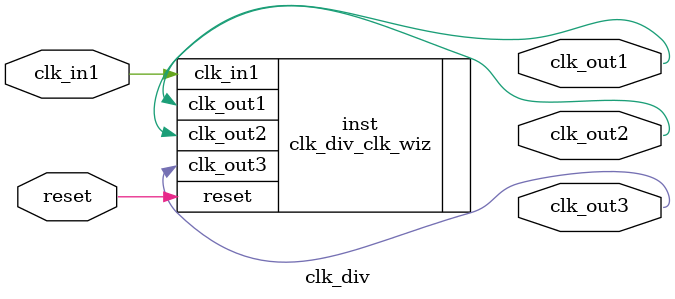
<source format=v>


`timescale 1ps/1ps

(* CORE_GENERATION_INFO = "clk_div,clk_wiz_v6_0_13_0_0,{component_name=clk_div,use_phase_alignment=true,use_min_o_jitter=false,use_max_i_jitter=false,use_dyn_phase_shift=false,use_inclk_switchover=false,use_dyn_reconfig=false,enable_axi=0,feedback_source=FDBK_AUTO,PRIMITIVE=PLL,num_out_clk=3,clkin1_period=2.198,clkin2_period=10.0,use_power_down=false,use_reset=true,use_locked=false,use_inclk_stopped=false,feedback_type=SINGLE,CLOCK_MGR_TYPE=NA,manual_override=false}" *)

module clk_div 
 (
  // Clock out ports
  output        clk_out1,
  output        clk_out2,
  output        clk_out3,
  // Status and control signals
  input         reset,
 // Clock in ports
  input         clk_in1
 );

  clk_div_clk_wiz inst
  (
  // Clock out ports  
  .clk_out1(clk_out1),
  .clk_out2(clk_out2),
  .clk_out3(clk_out3),
  // Status and control signals               
  .reset(reset), 
 // Clock in ports
  .clk_in1(clk_in1)
  );

endmodule

</source>
